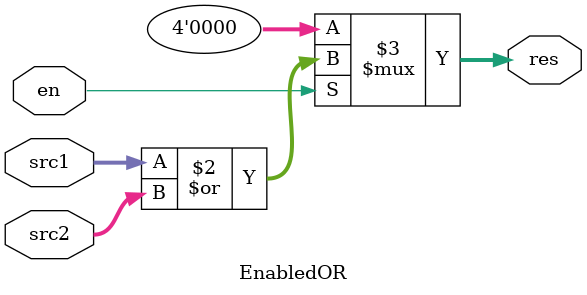
<source format=sv>
module EnabledOR(
    input en,
    input [3:0] src1, src2,
    output reg [3:0] res
);
    always @(*) begin
        res = en ? (src1 | src2) : 4'b0000;
    end
endmodule

</source>
